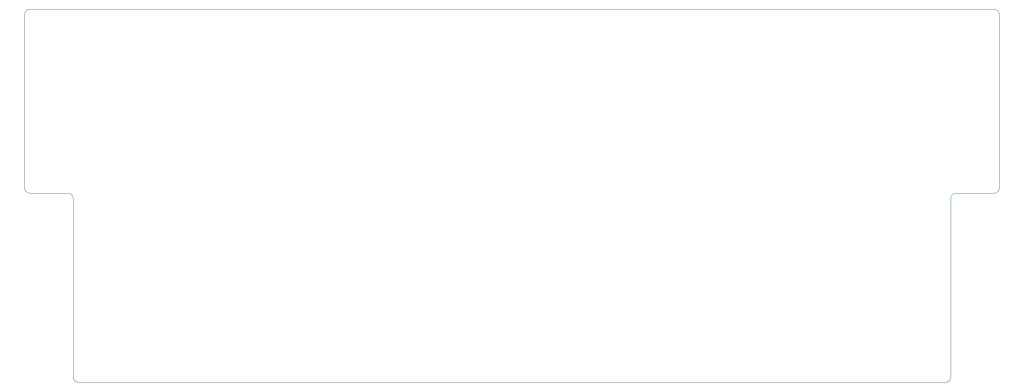
<source format=gbr>
G04 #@! TF.GenerationSoftware,KiCad,Pcbnew,(5.1.4)-1*
G04 #@! TF.CreationDate,2021-07-28T13:43:45-07:00*
G04 #@! TF.ProjectId,pcbtesting,70636274-6573-4746-996e-672e6b696361,rev?*
G04 #@! TF.SameCoordinates,Original*
G04 #@! TF.FileFunction,Profile,NP*
%FSLAX46Y46*%
G04 Gerber Fmt 4.6, Leading zero omitted, Abs format (unit mm)*
G04 Created by KiCad (PCBNEW (5.1.4)-1) date 2021-07-28 13:43:45*
%MOMM*%
%LPD*%
G04 APERTURE LIST*
%ADD10C,0.050000*%
G04 APERTURE END LIST*
D10*
X23000000Y-49000000D02*
X23000000Y-82000000D01*
X15000000Y-48000000D02*
X22000000Y-48000000D01*
X14000000Y-15000000D02*
X14000000Y-47000000D01*
X193000000Y-14000000D02*
X15000000Y-14000000D01*
X194000000Y-47000000D02*
X194000000Y-15000000D01*
X186000000Y-48000000D02*
X193000000Y-48000000D01*
X185000000Y-82000000D02*
X185000000Y-49000000D01*
X24000000Y-83000000D02*
X184000000Y-83000000D01*
X185000000Y-82000000D02*
G75*
G02X184000000Y-83000000I-1000000J0D01*
G01*
X24000000Y-83000000D02*
G75*
G02X23000000Y-82000000I0J1000000D01*
G01*
X22000000Y-48000000D02*
G75*
G02X23000000Y-49000000I0J-1000000D01*
G01*
X185000000Y-49000000D02*
G75*
G02X186000000Y-48000000I1000000J0D01*
G01*
X194000000Y-47000000D02*
G75*
G02X193000000Y-48000000I-1000000J0D01*
G01*
X15000000Y-48000000D02*
G75*
G02X14000000Y-47000000I0J1000000D01*
G01*
X193000000Y-14000000D02*
G75*
G02X194000000Y-15000000I0J-1000000D01*
G01*
X14000000Y-15000000D02*
G75*
G02X15000000Y-14000000I1000000J0D01*
G01*
M02*

</source>
